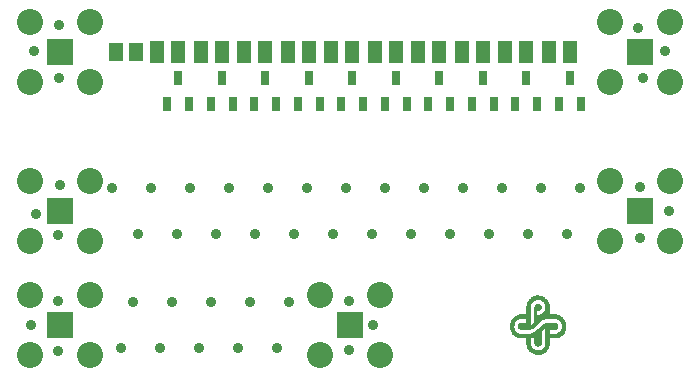
<source format=gts>
G04*
G04 #@! TF.GenerationSoftware,Altium Limited,Altium Designer,20.0.13 (296)*
G04*
G04 Layer_Color=8388736*
%FSLAX23Y23*%
%MOIN*%
G70*
G01*
G75*
%ADD17R,0.030X0.051*%
%ADD18R,0.046X0.076*%
%ADD19R,0.051X0.063*%
%ADD20R,0.087X0.087*%
%ADD21C,0.087*%
%ADD22C,0.036*%
G36*
X1781Y329D02*
X1783D01*
X1784Y329D01*
X1786Y328D01*
X1788Y328D01*
X1791Y327D01*
X1793Y326D01*
X1796Y325D01*
X1798Y324D01*
X1801Y322D01*
X1803Y320D01*
X1806Y318D01*
X1809Y316D01*
X1811Y313D01*
X1811Y313D01*
X1811Y313D01*
X1812Y312D01*
X1812Y311D01*
X1813Y310D01*
X1813Y309D01*
X1815Y306D01*
X1816Y302D01*
X1818Y298D01*
X1818Y294D01*
X1819Y291D01*
Y289D01*
Y266D01*
X1835D01*
X1836Y266D01*
X1838D01*
X1839Y266D01*
X1841Y265D01*
X1843Y265D01*
X1846Y264D01*
X1848Y263D01*
X1851Y262D01*
X1853Y261D01*
X1856Y259D01*
X1859Y258D01*
X1861Y255D01*
X1864Y253D01*
X1866Y250D01*
X1866Y250D01*
X1866Y250D01*
X1867Y249D01*
X1867Y248D01*
X1868Y247D01*
X1869Y246D01*
X1870Y243D01*
X1871Y239D01*
X1873Y235D01*
X1874Y231D01*
X1874Y228D01*
Y226D01*
Y225D01*
Y225D01*
X1874Y224D01*
Y222D01*
X1873Y221D01*
X1873Y218D01*
X1873Y216D01*
X1872Y214D01*
X1871Y211D01*
X1870Y209D01*
X1869Y206D01*
X1868Y203D01*
X1866Y201D01*
X1864Y198D01*
X1861Y196D01*
X1858Y193D01*
X1858D01*
X1858Y193D01*
X1857Y193D01*
X1857Y192D01*
X1855Y192D01*
X1854Y191D01*
X1851Y189D01*
X1848Y188D01*
X1844Y186D01*
X1839Y186D01*
X1837Y185D01*
X1835Y185D01*
X1819D01*
Y171D01*
Y171D01*
Y170D01*
X1819Y169D01*
Y167D01*
X1818Y166D01*
X1818Y164D01*
X1818Y161D01*
X1817Y159D01*
X1816Y156D01*
X1815Y154D01*
X1814Y151D01*
X1812Y148D01*
X1810Y146D01*
X1808Y143D01*
X1806Y140D01*
X1803Y138D01*
X1803D01*
X1803Y138D01*
X1802Y137D01*
X1801Y137D01*
X1800Y136D01*
X1799Y135D01*
X1796Y134D01*
X1793Y133D01*
X1788Y131D01*
X1784Y130D01*
X1782Y130D01*
X1779Y130D01*
X1778D01*
X1777Y130D01*
X1776D01*
X1774Y131D01*
X1773Y131D01*
X1770Y131D01*
X1768Y132D01*
X1766Y133D01*
X1763Y134D01*
X1761Y135D01*
X1758Y137D01*
X1755Y139D01*
X1753Y141D01*
X1750Y143D01*
X1748Y146D01*
Y146D01*
X1748Y147D01*
X1747Y147D01*
X1747Y148D01*
X1746Y149D01*
X1745Y150D01*
X1744Y153D01*
X1742Y157D01*
X1741Y161D01*
X1740Y166D01*
X1740Y168D01*
X1740Y171D01*
Y185D01*
X1724D01*
X1723Y185D01*
X1721D01*
X1720Y186D01*
X1718Y186D01*
X1716Y186D01*
X1713Y187D01*
X1711Y188D01*
X1708Y189D01*
X1706Y190D01*
X1703Y192D01*
X1701Y194D01*
X1698Y196D01*
X1696Y198D01*
X1693Y201D01*
Y201D01*
X1693Y201D01*
X1693Y202D01*
X1692Y203D01*
X1691Y204D01*
X1691Y205D01*
X1689Y208D01*
X1688Y212D01*
X1686Y216D01*
X1685Y221D01*
X1685Y223D01*
X1685Y226D01*
Y226D01*
Y226D01*
X1685Y228D01*
Y229D01*
X1686Y231D01*
X1686Y233D01*
X1686Y235D01*
X1687Y237D01*
X1688Y240D01*
X1689Y242D01*
X1690Y245D01*
X1692Y248D01*
X1694Y250D01*
X1696Y253D01*
X1698Y256D01*
X1701Y258D01*
X1701Y258D01*
X1701Y258D01*
X1702Y259D01*
X1703Y259D01*
X1704Y260D01*
X1705Y261D01*
X1708Y262D01*
X1711Y264D01*
X1715Y265D01*
X1720Y266D01*
X1722Y266D01*
X1740D01*
Y289D01*
Y289D01*
Y290D01*
X1740Y291D01*
Y292D01*
X1740Y294D01*
X1741Y296D01*
X1741Y298D01*
X1742Y300D01*
X1743Y303D01*
X1744Y305D01*
X1745Y308D01*
X1746Y311D01*
X1748Y313D01*
X1750Y316D01*
X1753Y318D01*
X1755Y321D01*
X1756Y321D01*
X1756Y321D01*
X1756Y322D01*
X1757Y322D01*
X1758Y323D01*
X1759Y323D01*
X1762Y325D01*
X1766Y327D01*
X1770Y328D01*
X1774Y329D01*
X1777Y329D01*
X1780D01*
X1781Y329D01*
D02*
G37*
%LPC*%
G36*
X1779Y314D02*
X1778D01*
X1777Y313D01*
X1776Y313D01*
X1775Y313D01*
X1772Y312D01*
X1768Y311D01*
X1767Y310D01*
X1765Y309D01*
X1763Y307D01*
X1762Y306D01*
X1760Y304D01*
X1759Y302D01*
X1758Y302D01*
X1758Y301D01*
X1757Y300D01*
X1757Y298D01*
X1756Y296D01*
X1755Y294D01*
X1755Y291D01*
X1755Y289D01*
Y231D01*
X1767Y241D01*
Y289D01*
Y289D01*
Y289D01*
X1767Y290D01*
X1767Y291D01*
X1768Y293D01*
X1769Y295D01*
X1770Y297D01*
X1772Y299D01*
X1774Y300D01*
X1775D01*
X1775Y300D01*
X1776Y301D01*
X1777Y301D01*
X1779Y301D01*
X1780D01*
X1781Y301D01*
X1782Y301D01*
X1784Y300D01*
X1786Y299D01*
X1788Y298D01*
X1790Y296D01*
X1791Y293D01*
Y293D01*
X1791Y293D01*
X1792Y292D01*
X1792Y290D01*
X1792Y289D01*
Y289D01*
X1792Y288D01*
X1792Y286D01*
X1791Y285D01*
X1790Y283D01*
X1789Y280D01*
X1787Y279D01*
X1785Y277D01*
X1784D01*
X1784Y277D01*
X1784Y277D01*
X1783Y277D01*
X1781Y276D01*
X1779Y276D01*
X1776D01*
Y264D01*
X1781D01*
X1781Y264D01*
X1783Y264D01*
X1784Y264D01*
X1787Y265D01*
X1790Y267D01*
X1792Y268D01*
X1794Y269D01*
X1796Y270D01*
X1797Y272D01*
X1799Y273D01*
X1800Y275D01*
X1800Y276D01*
X1801Y277D01*
X1801Y278D01*
X1802Y280D01*
X1803Y282D01*
X1803Y284D01*
X1804Y286D01*
X1804Y289D01*
Y289D01*
Y290D01*
Y290D01*
X1804Y291D01*
X1803Y293D01*
X1803Y294D01*
X1802Y297D01*
X1801Y300D01*
X1800Y302D01*
X1799Y304D01*
X1798Y305D01*
X1796Y307D01*
X1794Y309D01*
X1792Y310D01*
X1792Y310D01*
X1791Y310D01*
X1790Y311D01*
X1788Y312D01*
X1786Y313D01*
X1784Y313D01*
X1782Y313D01*
X1779Y314D01*
D02*
G37*
G36*
X1835Y251D02*
X1810D01*
X1808Y250D01*
X1806Y250D01*
X1804Y250D01*
X1801Y249D01*
X1798Y248D01*
X1796Y246D01*
X1795Y246D01*
X1795Y246D01*
X1794Y245D01*
X1793Y244D01*
X1793Y244D01*
X1792Y244D01*
X1791Y243D01*
X1790Y242D01*
X1789Y241D01*
X1761Y218D01*
X1758Y216D01*
X1758Y216D01*
X1757Y216D01*
X1756Y215D01*
X1755Y215D01*
X1754Y214D01*
X1752Y213D01*
X1751Y213D01*
X1749Y213D01*
X1724D01*
X1723Y213D01*
X1722Y213D01*
X1720Y214D01*
X1718Y215D01*
X1716Y216D01*
X1714Y218D01*
X1713Y221D01*
Y221D01*
X1713Y221D01*
X1712Y222D01*
X1712Y224D01*
X1712Y226D01*
Y226D01*
Y226D01*
X1712Y227D01*
X1712Y228D01*
X1713Y230D01*
X1714Y232D01*
X1715Y234D01*
X1717Y236D01*
X1720Y237D01*
X1720D01*
X1720Y238D01*
X1721Y238D01*
X1723Y238D01*
X1724Y238D01*
X1740D01*
Y251D01*
X1723D01*
X1722Y250D01*
X1721Y250D01*
X1720Y250D01*
X1717Y249D01*
X1714Y248D01*
X1712Y247D01*
X1710Y246D01*
X1708Y244D01*
X1707Y243D01*
X1705Y241D01*
X1704Y239D01*
X1704Y238D01*
X1703Y238D01*
X1703Y236D01*
X1702Y235D01*
X1701Y233D01*
X1701Y231D01*
X1700Y228D01*
X1700Y226D01*
Y225D01*
Y225D01*
Y224D01*
X1700Y223D01*
X1700Y222D01*
X1701Y221D01*
X1701Y218D01*
X1703Y214D01*
X1704Y213D01*
X1705Y211D01*
X1706Y209D01*
X1708Y207D01*
X1709Y206D01*
X1711Y204D01*
X1712Y204D01*
X1713Y204D01*
X1714Y203D01*
X1715Y203D01*
X1717Y202D01*
X1719Y201D01*
X1722Y201D01*
X1724Y201D01*
X1751D01*
X1753Y201D01*
X1754Y201D01*
X1756Y202D01*
X1759Y203D01*
X1761Y204D01*
X1764Y206D01*
X1764Y206D01*
X1764Y206D01*
X1765Y206D01*
X1766Y207D01*
X1767Y208D01*
X1768Y208D01*
X1768Y209D01*
X1769Y209D01*
X1769Y209D01*
X1770Y210D01*
X1770Y210D01*
X1771Y211D01*
X1771Y211D01*
X1771Y211D01*
X1772Y211D01*
X1773Y212D01*
X1774Y213D01*
X1775Y214D01*
X1776Y215D01*
X1778Y216D01*
X1782Y219D01*
X1786Y223D01*
X1791Y227D01*
X1797Y232D01*
X1797Y232D01*
X1797Y233D01*
X1798Y233D01*
X1799Y233D01*
X1800Y234D01*
X1801Y235D01*
X1801Y235D01*
X1801Y235D01*
X1802Y236D01*
X1803Y236D01*
X1804Y237D01*
X1806Y237D01*
X1808Y238D01*
X1809Y238D01*
X1811Y238D01*
X1835D01*
X1836Y238D01*
X1837Y238D01*
X1839Y237D01*
X1841Y236D01*
X1843Y235D01*
X1845Y233D01*
X1846Y231D01*
Y231D01*
X1846Y230D01*
X1847Y230D01*
X1847Y229D01*
X1847Y227D01*
X1847Y226D01*
Y225D01*
X1847Y224D01*
X1847Y223D01*
X1846Y221D01*
X1845Y219D01*
X1844Y217D01*
X1842Y216D01*
X1840Y214D01*
X1840D01*
X1839Y214D01*
X1839Y214D01*
X1838Y213D01*
X1836Y213D01*
X1835Y213D01*
X1819D01*
Y201D01*
X1836D01*
X1837Y201D01*
X1838Y201D01*
X1839Y201D01*
X1842Y202D01*
X1845Y203D01*
X1847Y205D01*
X1849Y206D01*
X1851Y207D01*
X1852Y208D01*
X1854Y210D01*
X1855Y212D01*
X1855Y213D01*
X1856Y213D01*
X1856Y215D01*
X1857Y216D01*
X1858Y218D01*
X1858Y221D01*
X1859Y223D01*
X1859Y226D01*
Y226D01*
Y226D01*
Y227D01*
X1859Y228D01*
X1859Y229D01*
X1858Y230D01*
X1858Y233D01*
X1856Y237D01*
X1855Y239D01*
X1854Y241D01*
X1853Y242D01*
X1851Y244D01*
X1850Y246D01*
X1848Y247D01*
X1847Y247D01*
X1846Y248D01*
X1845Y248D01*
X1844Y249D01*
X1842Y250D01*
X1840Y250D01*
X1837Y250D01*
X1835Y251D01*
D02*
G37*
G36*
X1804Y221D02*
X1792Y211D01*
Y171D01*
Y171D01*
Y170D01*
X1792Y169D01*
X1791Y168D01*
X1791Y166D01*
X1790Y164D01*
X1788Y162D01*
X1787Y160D01*
X1784Y159D01*
X1784D01*
X1784Y159D01*
X1783Y158D01*
X1781Y158D01*
X1779Y158D01*
X1779D01*
X1778Y158D01*
X1776Y158D01*
X1775Y159D01*
X1773Y160D01*
X1771Y161D01*
X1769Y163D01*
X1768Y166D01*
Y166D01*
X1768Y166D01*
X1768Y166D01*
Y167D01*
X1767Y169D01*
X1767Y171D01*
Y186D01*
X1755D01*
Y171D01*
Y171D01*
Y170D01*
Y169D01*
X1755Y169D01*
X1755Y167D01*
X1755Y166D01*
X1756Y163D01*
X1758Y159D01*
X1759Y158D01*
X1760Y156D01*
X1761Y154D01*
X1763Y152D01*
X1764Y151D01*
X1766Y149D01*
X1767Y149D01*
X1768Y149D01*
X1769Y148D01*
X1770Y147D01*
X1772Y147D01*
X1774Y146D01*
X1777Y146D01*
X1779Y146D01*
X1781D01*
X1781Y146D01*
X1783Y146D01*
X1784Y146D01*
X1787Y147D01*
X1790Y148D01*
X1792Y149D01*
X1794Y151D01*
X1796Y152D01*
X1797Y153D01*
X1799Y155D01*
X1800Y157D01*
X1800Y158D01*
X1801Y158D01*
X1801Y160D01*
X1802Y161D01*
X1803Y163D01*
X1803Y166D01*
X1804Y168D01*
X1804Y171D01*
Y221D01*
D02*
G37*
%LPD*%
D17*
X1848Y966D02*
D03*
X1922D02*
D03*
X1885Y1054D02*
D03*
X580D02*
D03*
X617Y966D02*
D03*
X543D02*
D03*
X725Y1054D02*
D03*
X762Y966D02*
D03*
X688D02*
D03*
X870Y1054D02*
D03*
X907Y966D02*
D03*
X833D02*
D03*
X1015Y1054D02*
D03*
X1052Y966D02*
D03*
X978D02*
D03*
X1160Y1054D02*
D03*
X1197Y966D02*
D03*
X1123D02*
D03*
X1305Y1054D02*
D03*
X1342Y966D02*
D03*
X1268D02*
D03*
X1450Y1054D02*
D03*
X1487Y966D02*
D03*
X1413D02*
D03*
X1595Y1054D02*
D03*
X1632Y966D02*
D03*
X1558D02*
D03*
X1740Y1054D02*
D03*
X1777Y966D02*
D03*
X1703D02*
D03*
D18*
X800Y1140D02*
D03*
X870D02*
D03*
X1885D02*
D03*
X1815D02*
D03*
X1740D02*
D03*
X1670D02*
D03*
X1595D02*
D03*
X1525D02*
D03*
X1450D02*
D03*
X1380D02*
D03*
X1305D02*
D03*
X1235D02*
D03*
X1160D02*
D03*
X1090D02*
D03*
X1015D02*
D03*
X945D02*
D03*
X725D02*
D03*
X655D02*
D03*
X580Y1140D02*
D03*
X510D02*
D03*
D19*
X371Y1140D02*
D03*
X439D02*
D03*
D20*
X1153Y230D02*
D03*
X185D02*
D03*
X185Y610D02*
D03*
X2120D02*
D03*
X185Y1140D02*
D03*
X2120D02*
D03*
D21*
X1253Y130D02*
D03*
Y330D02*
D03*
X1053D02*
D03*
Y130D02*
D03*
X85Y330D02*
D03*
Y130D02*
D03*
X285D02*
D03*
Y330D02*
D03*
X85Y710D02*
D03*
Y510D02*
D03*
X285D02*
D03*
Y710D02*
D03*
X2220Y510D02*
D03*
Y710D02*
D03*
X2020D02*
D03*
Y510D02*
D03*
X285Y1240D02*
D03*
Y1040D02*
D03*
X85D02*
D03*
Y1240D02*
D03*
X2020Y1040D02*
D03*
Y1240D02*
D03*
X2220D02*
D03*
Y1040D02*
D03*
D22*
X2129Y1054D02*
D03*
X2204Y1144D02*
D03*
X2114Y1219D02*
D03*
X184Y1054D02*
D03*
X99Y1144D02*
D03*
X184Y1229D02*
D03*
X1149Y309D02*
D03*
X179Y144D02*
D03*
X949Y306D02*
D03*
X819D02*
D03*
X689D02*
D03*
X559D02*
D03*
X429D02*
D03*
X180Y310D02*
D03*
X90Y230D02*
D03*
X389Y154D02*
D03*
X519D02*
D03*
X649D02*
D03*
X779D02*
D03*
X909D02*
D03*
X1150Y145D02*
D03*
X1230Y230D02*
D03*
X2120Y690D02*
D03*
X185Y695D02*
D03*
X1920Y686D02*
D03*
X1790D02*
D03*
X1660D02*
D03*
X1530D02*
D03*
X1400D02*
D03*
X1270D02*
D03*
X1140D02*
D03*
X1010D02*
D03*
X880D02*
D03*
X750D02*
D03*
X620D02*
D03*
X490D02*
D03*
X360D02*
D03*
X105Y600D02*
D03*
X180Y530D02*
D03*
X447Y534D02*
D03*
X577D02*
D03*
X707D02*
D03*
X837D02*
D03*
X967D02*
D03*
X1097D02*
D03*
X1227D02*
D03*
X1357D02*
D03*
X1487D02*
D03*
X1617D02*
D03*
X1747D02*
D03*
X1877D02*
D03*
X2120Y520D02*
D03*
X2215Y610D02*
D03*
M02*

</source>
